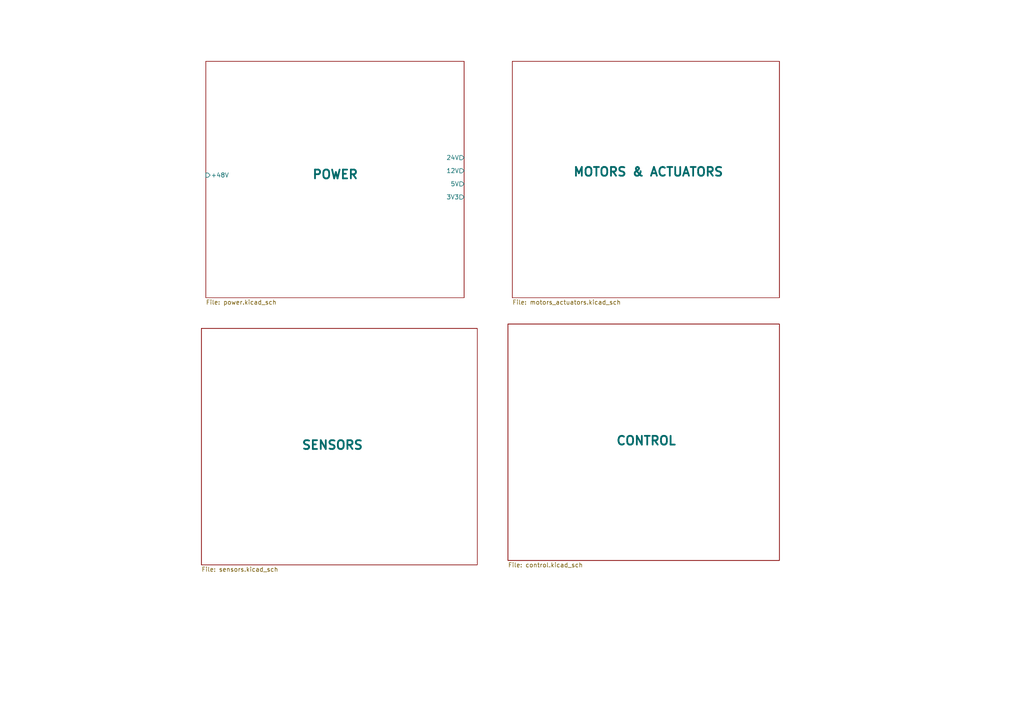
<source format=kicad_sch>
(kicad_sch
	(version 20231120)
	(generator "eeschema")
	(generator_version "8.0")
	(uuid "3e1aedd0-6089-4edb-92c7-0c31da2e7927")
	(paper "A4")
	(title_block
		(title "Generate Fall 2024 - Tubender PCB")
	)
	(lib_symbols)
	(sheet
		(at 148.59 17.78)
		(size 77.47 68.58)
		(stroke
			(width 0.1524)
			(type solid)
		)
		(fill
			(color 0 0 0 0.0000)
		)
		(uuid "13aa630f-a113-42e5-a444-8a43936e9c33")
		(property "Sheetname" "MOTORS & ACTUATORS"
			(at 166.116 51.308 0)
			(effects
				(font
					(size 2.54 2.54)
					(thickness 0.508)
					(bold yes)
				)
				(justify left bottom)
			)
		)
		(property "Sheetfile" "motors_actuators.kicad_sch"
			(at 148.59 86.9446 0)
			(effects
				(font
					(size 1.27 1.27)
				)
				(justify left top)
			)
		)
		(instances
			(project "Tubender Main_PCB"
				(path "/3e1aedd0-6089-4edb-92c7-0c31da2e7927"
					(page "3")
				)
			)
		)
	)
	(sheet
		(at 59.69 17.78)
		(size 74.93 68.58)
		(stroke
			(width 0.1524)
			(type solid)
		)
		(fill
			(color 0 0 0 0.0000)
		)
		(uuid "3bac66d4-e1f2-42c2-b72f-be753c44ff12")
		(property "Sheetname" "POWER"
			(at 90.424 52.07 0)
			(effects
				(font
					(size 2.54 2.54)
					(thickness 0.508)
					(bold yes)
				)
				(justify left bottom)
			)
		)
		(property "Sheetfile" "power.kicad_sch"
			(at 59.69 86.9446 0)
			(effects
				(font
					(size 1.27 1.27)
				)
				(justify left top)
			)
		)
		(pin "3V3" output
			(at 134.62 57.15 0)
			(effects
				(font
					(size 1.27 1.27)
				)
				(justify right)
			)
			(uuid "596f8c11-f61d-48ed-b096-fdc23fc4b5d5")
		)
		(pin "+48V" input
			(at 59.69 50.8 180)
			(effects
				(font
					(size 1.27 1.27)
				)
				(justify left)
			)
			(uuid "b889672c-55aa-4a30-b1ec-a1d6d6697a2a")
		)
		(pin "12V" output
			(at 134.62 49.53 0)
			(effects
				(font
					(size 1.27 1.27)
				)
				(justify right)
			)
			(uuid "b1d67c8a-e7b6-4099-98c3-21b99196dd23")
		)
		(pin "5V" output
			(at 134.62 53.34 0)
			(effects
				(font
					(size 1.27 1.27)
				)
				(justify right)
			)
			(uuid "130ffc45-6ae9-4fcf-977b-7602e50c3948")
		)
		(pin "24V" output
			(at 134.62 45.72 0)
			(effects
				(font
					(size 1.27 1.27)
				)
				(justify right)
			)
			(uuid "16423616-ec92-468e-bcb6-36f7d8ec866e")
		)
		(instances
			(project "Tubender Main_PCB"
				(path "/3e1aedd0-6089-4edb-92c7-0c31da2e7927"
					(page "2")
				)
			)
		)
	)
	(sheet
		(at 147.32 93.98)
		(size 78.74 68.58)
		(stroke
			(width 0.1524)
			(type solid)
		)
		(fill
			(color 0 0 0 0.0000)
		)
		(uuid "970b1c80-6c89-48ca-aa97-a5b3735d13b7")
		(property "Sheetname" "CONTROL"
			(at 178.562 129.286 0)
			(effects
				(font
					(size 2.54 2.54)
					(thickness 0.508)
					(bold yes)
				)
				(justify left bottom)
			)
		)
		(property "Sheetfile" "control.kicad_sch"
			(at 147.32 163.1446 0)
			(effects
				(font
					(size 1.27 1.27)
				)
				(justify left top)
			)
		)
		(instances
			(project "Tubender Main_PCB"
				(path "/3e1aedd0-6089-4edb-92c7-0c31da2e7927"
					(page "5")
				)
			)
		)
	)
	(sheet
		(at 58.42 95.25)
		(size 80.01 68.58)
		(stroke
			(width 0.1524)
			(type solid)
		)
		(fill
			(color 0 0 0 0.0000)
		)
		(uuid "cace885d-07c2-48b7-a983-3b69a09d8a62")
		(property "Sheetname" "SENSORS"
			(at 87.376 130.556 0)
			(effects
				(font
					(size 2.54 2.54)
					(thickness 0.508)
					(bold yes)
				)
				(justify left bottom)
			)
		)
		(property "Sheetfile" "sensors.kicad_sch"
			(at 58.42 164.4146 0)
			(effects
				(font
					(size 1.27 1.27)
				)
				(justify left top)
			)
		)
		(instances
			(project "Tubender Main_PCB"
				(path "/3e1aedd0-6089-4edb-92c7-0c31da2e7927"
					(page "4")
				)
			)
		)
	)
	(sheet_instances
		(path "/"
			(page "1")
		)
	)
)

</source>
